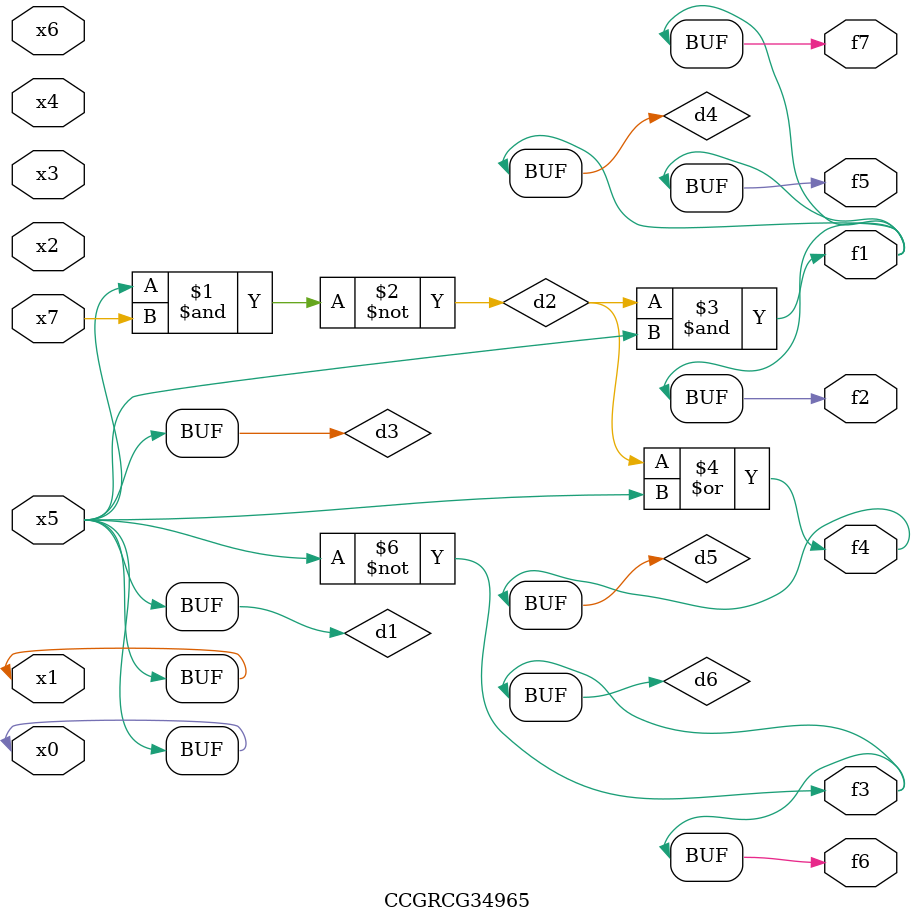
<source format=v>
module CCGRCG34965(
	input x0, x1, x2, x3, x4, x5, x6, x7,
	output f1, f2, f3, f4, f5, f6, f7
);

	wire d1, d2, d3, d4, d5, d6;

	buf (d1, x0, x5);
	nand (d2, x5, x7);
	buf (d3, x0, x1);
	and (d4, d2, d3);
	or (d5, d2, d3);
	nor (d6, d1, d3);
	assign f1 = d4;
	assign f2 = d4;
	assign f3 = d6;
	assign f4 = d5;
	assign f5 = d4;
	assign f6 = d6;
	assign f7 = d4;
endmodule

</source>
